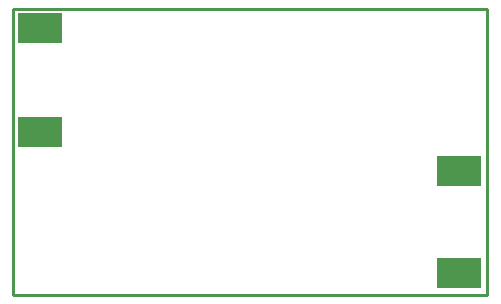
<source format=gbp>
G04 Layer_Color=128*
%FSLAX25Y25*%
%MOIN*%
G70*
G01*
G75*
%ADD21C,0.01000*%
%ADD29R,0.15000X0.10000*%
D21*
X29500Y0D02*
X140500D01*
X170500D01*
Y48000D01*
Y95500D01*
X12500D02*
X170500D01*
X12500Y29500D02*
Y95500D01*
Y0D02*
X29500D01*
X12500D02*
Y29500D01*
D29*
X21476Y89024D02*
D03*
Y54524D02*
D03*
X161000Y7500D02*
D03*
Y41500D02*
D03*
M02*

</source>
